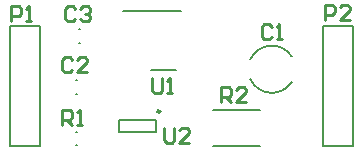
<source format=gto>
G04*
G04 #@! TF.GenerationSoftware,Altium Limited,Altium Designer,18.0.12 (696)*
G04*
G04 Layer_Color=65535*
%FSLAX25Y25*%
%MOIN*%
G70*
G01*
G75*
%ADD10C,0.00984*%
%ADD11C,0.00787*%
%ADD12C,0.01000*%
D10*
X165114Y114463D02*
G03*
X165114Y114463I-492J0D01*
G01*
D11*
X195182Y125226D02*
G03*
X208982Y124268I7161J3274D01*
G01*
Y132732D02*
G03*
X195182Y131774I-6640J-4232D01*
G01*
X182709Y115004D02*
X198457D01*
X182709Y102996D02*
X198457D01*
X219500Y142842D02*
X229500D01*
Y102842D02*
Y142842D01*
X219500Y102842D02*
Y142842D01*
Y102842D02*
X229500D01*
X137150Y107665D02*
X137543D01*
X137150Y103335D02*
X137543D01*
X137150Y120236D02*
X137543D01*
X137150Y124764D02*
X137543D01*
X138150Y137224D02*
X138543D01*
X138150Y141752D02*
X138543D01*
X115000Y102842D02*
X125000D01*
X115000D02*
Y142842D01*
X125000Y102842D02*
Y142842D01*
X115000D02*
X125000D01*
X151532Y107475D02*
X163736D01*
X151532Y111412D02*
X163736D01*
X151532Y107475D02*
Y111412D01*
X163736Y107475D02*
Y111412D01*
X152705Y147882D02*
X172004D01*
X161965Y128157D02*
X170429D01*
D12*
X166500Y108998D02*
Y104833D01*
X167333Y104000D01*
X168999D01*
X169832Y104833D01*
Y108998D01*
X174831Y104000D02*
X171498D01*
X174831Y107332D01*
Y108165D01*
X173998Y108998D01*
X172331D01*
X171498Y108165D01*
X162500Y125498D02*
Y121333D01*
X163333Y120500D01*
X164999D01*
X165832Y121333D01*
Y125498D01*
X167498Y120500D02*
X169165D01*
X168331D01*
Y125498D01*
X167498Y124665D01*
X185500Y117500D02*
Y122498D01*
X187999D01*
X188832Y121665D01*
Y119999D01*
X187999Y119166D01*
X185500D01*
X187166D02*
X188832Y117500D01*
X193831D02*
X190498D01*
X193831Y120832D01*
Y121665D01*
X192998Y122498D01*
X191331D01*
X190498Y121665D01*
X132500Y110000D02*
Y114998D01*
X134999D01*
X135832Y114165D01*
Y112499D01*
X134999Y111666D01*
X132500D01*
X134166D02*
X135832Y110000D01*
X137498D02*
X139164D01*
X138331D01*
Y114998D01*
X137498Y114165D01*
X220000Y145000D02*
Y149998D01*
X222499D01*
X223332Y149165D01*
Y147499D01*
X222499Y146666D01*
X220000D01*
X228331Y145000D02*
X224998D01*
X228331Y148332D01*
Y149165D01*
X227498Y149998D01*
X225831D01*
X224998Y149165D01*
X115500Y144500D02*
Y149498D01*
X117999D01*
X118832Y148665D01*
Y146999D01*
X117999Y146166D01*
X115500D01*
X120498Y144500D02*
X122164D01*
X121331D01*
Y149498D01*
X120498Y148665D01*
X136832D02*
X135999Y149498D01*
X134333D01*
X133500Y148665D01*
Y145333D01*
X134333Y144500D01*
X135999D01*
X136832Y145333D01*
X138498Y148665D02*
X139331Y149498D01*
X140998D01*
X141831Y148665D01*
Y147832D01*
X140998Y146999D01*
X140164D01*
X140998D01*
X141831Y146166D01*
Y145333D01*
X140998Y144500D01*
X139331D01*
X138498Y145333D01*
X135832Y131665D02*
X134999Y132498D01*
X133333D01*
X132500Y131665D01*
Y128333D01*
X133333Y127500D01*
X134999D01*
X135832Y128333D01*
X140831Y127500D02*
X137498D01*
X140831Y130832D01*
Y131665D01*
X139998Y132498D01*
X138331D01*
X137498Y131665D01*
X202332Y142665D02*
X201499Y143498D01*
X199833D01*
X199000Y142665D01*
Y139333D01*
X199833Y138500D01*
X201499D01*
X202332Y139333D01*
X203998Y138500D02*
X205664D01*
X204831D01*
Y143498D01*
X203998Y142665D01*
M02*

</source>
